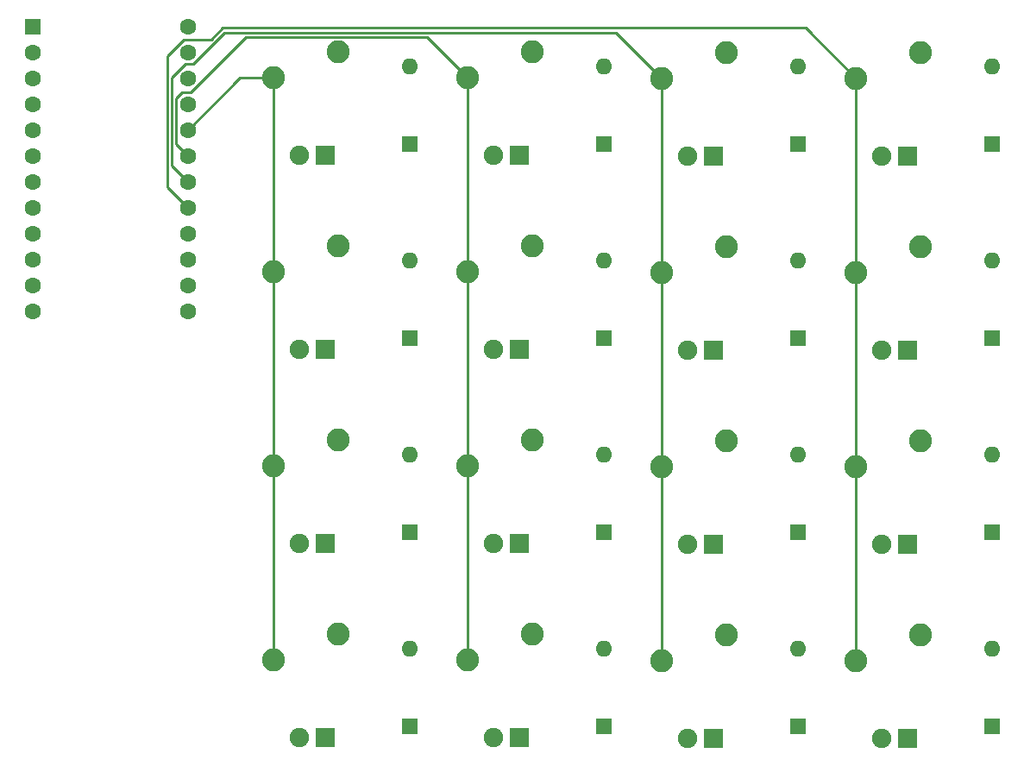
<source format=gtl>
G04 #@! TF.GenerationSoftware,KiCad,Pcbnew,(5.1.4)-1*
G04 #@! TF.CreationDate,2021-04-02T14:20:44+02:00*
G04 #@! TF.ProjectId,pcb-test,7063622d-7465-4737-942e-6b696361645f,rev?*
G04 #@! TF.SameCoordinates,Original*
G04 #@! TF.FileFunction,Copper,L1,Top*
G04 #@! TF.FilePolarity,Positive*
%FSLAX46Y46*%
G04 Gerber Fmt 4.6, Leading zero omitted, Abs format (unit mm)*
G04 Created by KiCad (PCBNEW (5.1.4)-1) date 2021-04-02 14:20:44*
%MOMM*%
%LPD*%
G04 APERTURE LIST*
%ADD10R,1.905000X1.905000*%
%ADD11C,1.905000*%
%ADD12C,2.250000*%
%ADD13C,1.600000*%
%ADD14R,1.600000X1.600000*%
%ADD15O,1.600000X1.600000*%
%ADD16C,0.250000*%
G04 APERTURE END LIST*
D10*
X194945000Y-90805000D03*
D11*
X192405000Y-90805000D03*
D12*
X189865000Y-83185000D03*
X196215000Y-80645000D03*
D10*
X194945000Y-147955000D03*
D11*
X192405000Y-147955000D03*
D12*
X189865000Y-140335000D03*
X196215000Y-137795000D03*
D10*
X137763250Y-90773250D03*
D11*
X135223250Y-90773250D03*
D12*
X132683250Y-83153250D03*
X139033250Y-80613250D03*
D10*
X194945000Y-109855000D03*
D11*
X192405000Y-109855000D03*
D12*
X189865000Y-102235000D03*
X196215000Y-99695000D03*
D13*
X124301250Y-78105000D03*
X124301250Y-80645000D03*
X124301250Y-83185000D03*
X124301250Y-85725000D03*
X124301250Y-88265000D03*
X124301250Y-90805000D03*
X124301250Y-93345000D03*
X124301250Y-95885000D03*
X124301250Y-98425000D03*
X124301250Y-100965000D03*
X124301250Y-103505000D03*
X124301250Y-106045000D03*
X109061250Y-106045000D03*
X109061250Y-103505000D03*
X109061250Y-100965000D03*
X109061250Y-98425000D03*
X109061250Y-95885000D03*
X109061250Y-93345000D03*
X109061250Y-90805000D03*
X109061250Y-88265000D03*
X109061250Y-85725000D03*
X109061250Y-83185000D03*
X109061250Y-80645000D03*
D14*
X109061250Y-78105000D03*
D10*
X194945000Y-128905000D03*
D11*
X192405000Y-128905000D03*
D12*
X189865000Y-121285000D03*
X196215000Y-118745000D03*
D10*
X175895000Y-147955000D03*
D11*
X173355000Y-147955000D03*
D12*
X170815000Y-140335000D03*
X177165000Y-137795000D03*
D10*
X175895000Y-128905000D03*
D11*
X173355000Y-128905000D03*
D12*
X170815000Y-121285000D03*
X177165000Y-118745000D03*
D10*
X175895000Y-109855000D03*
D11*
X173355000Y-109855000D03*
D12*
X170815000Y-102235000D03*
X177165000Y-99695000D03*
D10*
X175895000Y-90805000D03*
D11*
X173355000Y-90805000D03*
D12*
X170815000Y-83185000D03*
X177165000Y-80645000D03*
D10*
X156813250Y-147923250D03*
D11*
X154273250Y-147923250D03*
D12*
X151733250Y-140303250D03*
X158083250Y-137763250D03*
D10*
X156813250Y-128873250D03*
D11*
X154273250Y-128873250D03*
D12*
X151733250Y-121253250D03*
X158083250Y-118713250D03*
D10*
X156813250Y-109823250D03*
D11*
X154273250Y-109823250D03*
D12*
X151733250Y-102203250D03*
X158083250Y-99663250D03*
D10*
X156813250Y-90773250D03*
D11*
X154273250Y-90773250D03*
D12*
X151733250Y-83153250D03*
X158083250Y-80613250D03*
D10*
X137763250Y-147923250D03*
D11*
X135223250Y-147923250D03*
D12*
X132683250Y-140303250D03*
X139033250Y-137763250D03*
D10*
X137763250Y-128873250D03*
D11*
X135223250Y-128873250D03*
D12*
X132683250Y-121253250D03*
X139033250Y-118713250D03*
D10*
X137763250Y-109823250D03*
D11*
X135223250Y-109823250D03*
D12*
X132683250Y-102203250D03*
X139033250Y-99663250D03*
D15*
X203200000Y-139223750D03*
D14*
X203200000Y-146843750D03*
D15*
X203200000Y-120173750D03*
D14*
X203200000Y-127793750D03*
D15*
X203200000Y-101123750D03*
D14*
X203200000Y-108743750D03*
D15*
X203200000Y-82073750D03*
D14*
X203200000Y-89693750D03*
D15*
X184150000Y-139223750D03*
D14*
X184150000Y-146843750D03*
D15*
X184150000Y-120173750D03*
D14*
X184150000Y-127793750D03*
D15*
X184150000Y-101123750D03*
D14*
X184150000Y-108743750D03*
D15*
X184150000Y-82073750D03*
D14*
X184150000Y-89693750D03*
D15*
X165100000Y-139223750D03*
D14*
X165100000Y-146843750D03*
D15*
X165100000Y-120173750D03*
D14*
X165100000Y-127793750D03*
D15*
X165100000Y-101123750D03*
D14*
X165100000Y-108743750D03*
D15*
X165100000Y-82073750D03*
D14*
X165100000Y-89693750D03*
D15*
X146050000Y-139223750D03*
D14*
X146050000Y-146843750D03*
D15*
X146050000Y-120173750D03*
D14*
X146050000Y-127793750D03*
D15*
X146050000Y-101123750D03*
D14*
X146050000Y-108743750D03*
D15*
X146050000Y-82073750D03*
D14*
X146050000Y-89693750D03*
D16*
X132683250Y-83153250D02*
X132683250Y-102203250D01*
X132683250Y-102203250D02*
X132683250Y-121253250D01*
X132683250Y-122844240D02*
X132683250Y-140303250D01*
X132683250Y-121253250D02*
X132683250Y-122844240D01*
X129413000Y-83153250D02*
X124301250Y-88265000D01*
X132683250Y-83153250D02*
X129413000Y-83153250D01*
X151733250Y-84744240D02*
X151733250Y-102203250D01*
X151733250Y-83153250D02*
X151733250Y-84744240D01*
X151733250Y-102203250D02*
X151733250Y-121253250D01*
X151733250Y-121253250D02*
X151733250Y-140303250D01*
X123501251Y-90005001D02*
X124301250Y-90805000D01*
X123176249Y-89679999D02*
X123501251Y-90005001D01*
X123176249Y-85184999D02*
X123176249Y-89679999D01*
X123761249Y-84599999D02*
X123176249Y-85184999D01*
X124551253Y-84599999D02*
X123761249Y-84599999D01*
X129988003Y-79163249D02*
X124551253Y-84599999D01*
X147743249Y-79163249D02*
X129988003Y-79163249D01*
X151733250Y-83153250D02*
X147743249Y-79163249D01*
X170815000Y-86231002D02*
X170815000Y-102235000D01*
X170815000Y-83185000D02*
X170815000Y-86231002D01*
X170815000Y-102235000D02*
X170815000Y-121285000D01*
X170815000Y-121285000D02*
X170815000Y-140335000D01*
X123501251Y-92545001D02*
X124301250Y-93345000D01*
X122726240Y-91769990D02*
X123501251Y-92545001D01*
X122726240Y-83095008D02*
X122726240Y-91769990D01*
X124051247Y-81770001D02*
X122726240Y-83095008D01*
X124841251Y-81770001D02*
X124051247Y-81770001D01*
X127898012Y-78713240D02*
X124841251Y-81770001D01*
X166343240Y-78713240D02*
X127898012Y-78713240D01*
X170815000Y-83185000D02*
X166343240Y-78713240D01*
X189865000Y-83185000D02*
X189865000Y-102235000D01*
X189865000Y-102235000D02*
X189865000Y-121285000D01*
X189865000Y-121285000D02*
X189865000Y-140335000D01*
X123501251Y-95085001D02*
X124301250Y-95885000D01*
X122276231Y-93859981D02*
X123501251Y-95085001D01*
X122276231Y-81005017D02*
X122276231Y-93859981D01*
X123906248Y-79375000D02*
X122276231Y-81005017D01*
X126599842Y-79375000D02*
X123906248Y-79375000D01*
X127711611Y-78263231D02*
X126599842Y-79375000D01*
X184943230Y-78263230D02*
X127711611Y-78263231D01*
X189865000Y-83185000D02*
X184943230Y-78263230D01*
M02*

</source>
